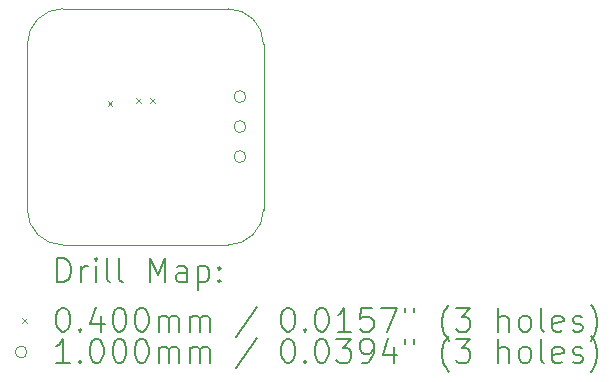
<source format=gbr>
%FSLAX45Y45*%
G04 Gerber Fmt 4.5, Leading zero omitted, Abs format (unit mm)*
G04 Created by KiCad (PCBNEW (6.0.0-0)) date 2022-08-17 15:24:33*
%MOMM*%
%LPD*%
G01*
G04 APERTURE LIST*
%TA.AperFunction,Profile*%
%ADD10C,0.050000*%
%TD*%
%ADD11C,0.200000*%
%ADD12C,0.040000*%
%ADD13C,0.100000*%
G04 APERTURE END LIST*
D10*
X15900000Y-10300000D02*
X17300000Y-10300000D01*
X15600000Y-12000000D02*
G75*
G03*
X15900000Y-12300000I300000J0D01*
G01*
X17600000Y-12000000D02*
X17600000Y-10600000D01*
X15900000Y-10300000D02*
G75*
G03*
X15600000Y-10600000I0J-300000D01*
G01*
X17300000Y-12300000D02*
X15900000Y-12300000D01*
X17600000Y-10600000D02*
G75*
G03*
X17300000Y-10300000I-300000J0D01*
G01*
X17300000Y-12300000D02*
G75*
G03*
X17600000Y-12000000I0J300000D01*
G01*
X15600000Y-12000000D02*
X15600000Y-10600000D01*
D11*
D12*
X16280000Y-11080000D02*
X16320000Y-11120000D01*
X16320000Y-11080000D02*
X16280000Y-11120000D01*
X16520000Y-11060000D02*
X16560000Y-11100000D01*
X16560000Y-11060000D02*
X16520000Y-11100000D01*
X16640000Y-11060000D02*
X16680000Y-11100000D01*
X16680000Y-11060000D02*
X16640000Y-11100000D01*
D13*
X17450000Y-11044500D02*
G75*
G03*
X17450000Y-11044500I-50000J0D01*
G01*
X17450000Y-11298500D02*
G75*
G03*
X17450000Y-11298500I-50000J0D01*
G01*
X17450000Y-11552500D02*
G75*
G03*
X17450000Y-11552500I-50000J0D01*
G01*
D11*
X15855119Y-12612976D02*
X15855119Y-12412976D01*
X15902738Y-12412976D01*
X15931309Y-12422500D01*
X15950357Y-12441548D01*
X15959881Y-12460595D01*
X15969405Y-12498690D01*
X15969405Y-12527262D01*
X15959881Y-12565357D01*
X15950357Y-12584405D01*
X15931309Y-12603452D01*
X15902738Y-12612976D01*
X15855119Y-12612976D01*
X16055119Y-12612976D02*
X16055119Y-12479643D01*
X16055119Y-12517738D02*
X16064643Y-12498690D01*
X16074167Y-12489167D01*
X16093214Y-12479643D01*
X16112262Y-12479643D01*
X16178928Y-12612976D02*
X16178928Y-12479643D01*
X16178928Y-12412976D02*
X16169405Y-12422500D01*
X16178928Y-12432024D01*
X16188452Y-12422500D01*
X16178928Y-12412976D01*
X16178928Y-12432024D01*
X16302738Y-12612976D02*
X16283690Y-12603452D01*
X16274167Y-12584405D01*
X16274167Y-12412976D01*
X16407500Y-12612976D02*
X16388452Y-12603452D01*
X16378928Y-12584405D01*
X16378928Y-12412976D01*
X16636071Y-12612976D02*
X16636071Y-12412976D01*
X16702738Y-12555833D01*
X16769405Y-12412976D01*
X16769405Y-12612976D01*
X16950357Y-12612976D02*
X16950357Y-12508214D01*
X16940833Y-12489167D01*
X16921786Y-12479643D01*
X16883690Y-12479643D01*
X16864643Y-12489167D01*
X16950357Y-12603452D02*
X16931310Y-12612976D01*
X16883690Y-12612976D01*
X16864643Y-12603452D01*
X16855119Y-12584405D01*
X16855119Y-12565357D01*
X16864643Y-12546309D01*
X16883690Y-12536786D01*
X16931310Y-12536786D01*
X16950357Y-12527262D01*
X17045595Y-12479643D02*
X17045595Y-12679643D01*
X17045595Y-12489167D02*
X17064643Y-12479643D01*
X17102738Y-12479643D01*
X17121786Y-12489167D01*
X17131310Y-12498690D01*
X17140833Y-12517738D01*
X17140833Y-12574881D01*
X17131310Y-12593928D01*
X17121786Y-12603452D01*
X17102738Y-12612976D01*
X17064643Y-12612976D01*
X17045595Y-12603452D01*
X17226548Y-12593928D02*
X17236071Y-12603452D01*
X17226548Y-12612976D01*
X17217024Y-12603452D01*
X17226548Y-12593928D01*
X17226548Y-12612976D01*
X17226548Y-12489167D02*
X17236071Y-12498690D01*
X17226548Y-12508214D01*
X17217024Y-12498690D01*
X17226548Y-12489167D01*
X17226548Y-12508214D01*
D12*
X15557500Y-12922500D02*
X15597500Y-12962500D01*
X15597500Y-12922500D02*
X15557500Y-12962500D01*
D11*
X15893214Y-12832976D02*
X15912262Y-12832976D01*
X15931309Y-12842500D01*
X15940833Y-12852024D01*
X15950357Y-12871071D01*
X15959881Y-12909167D01*
X15959881Y-12956786D01*
X15950357Y-12994881D01*
X15940833Y-13013928D01*
X15931309Y-13023452D01*
X15912262Y-13032976D01*
X15893214Y-13032976D01*
X15874167Y-13023452D01*
X15864643Y-13013928D01*
X15855119Y-12994881D01*
X15845595Y-12956786D01*
X15845595Y-12909167D01*
X15855119Y-12871071D01*
X15864643Y-12852024D01*
X15874167Y-12842500D01*
X15893214Y-12832976D01*
X16045595Y-13013928D02*
X16055119Y-13023452D01*
X16045595Y-13032976D01*
X16036071Y-13023452D01*
X16045595Y-13013928D01*
X16045595Y-13032976D01*
X16226548Y-12899643D02*
X16226548Y-13032976D01*
X16178928Y-12823452D02*
X16131309Y-12966309D01*
X16255119Y-12966309D01*
X16369405Y-12832976D02*
X16388452Y-12832976D01*
X16407500Y-12842500D01*
X16417024Y-12852024D01*
X16426548Y-12871071D01*
X16436071Y-12909167D01*
X16436071Y-12956786D01*
X16426548Y-12994881D01*
X16417024Y-13013928D01*
X16407500Y-13023452D01*
X16388452Y-13032976D01*
X16369405Y-13032976D01*
X16350357Y-13023452D01*
X16340833Y-13013928D01*
X16331309Y-12994881D01*
X16321786Y-12956786D01*
X16321786Y-12909167D01*
X16331309Y-12871071D01*
X16340833Y-12852024D01*
X16350357Y-12842500D01*
X16369405Y-12832976D01*
X16559881Y-12832976D02*
X16578928Y-12832976D01*
X16597976Y-12842500D01*
X16607500Y-12852024D01*
X16617024Y-12871071D01*
X16626548Y-12909167D01*
X16626548Y-12956786D01*
X16617024Y-12994881D01*
X16607500Y-13013928D01*
X16597976Y-13023452D01*
X16578928Y-13032976D01*
X16559881Y-13032976D01*
X16540833Y-13023452D01*
X16531309Y-13013928D01*
X16521786Y-12994881D01*
X16512262Y-12956786D01*
X16512262Y-12909167D01*
X16521786Y-12871071D01*
X16531309Y-12852024D01*
X16540833Y-12842500D01*
X16559881Y-12832976D01*
X16712262Y-13032976D02*
X16712262Y-12899643D01*
X16712262Y-12918690D02*
X16721786Y-12909167D01*
X16740833Y-12899643D01*
X16769405Y-12899643D01*
X16788452Y-12909167D01*
X16797976Y-12928214D01*
X16797976Y-13032976D01*
X16797976Y-12928214D02*
X16807500Y-12909167D01*
X16826548Y-12899643D01*
X16855119Y-12899643D01*
X16874167Y-12909167D01*
X16883690Y-12928214D01*
X16883690Y-13032976D01*
X16978929Y-13032976D02*
X16978929Y-12899643D01*
X16978929Y-12918690D02*
X16988452Y-12909167D01*
X17007500Y-12899643D01*
X17036071Y-12899643D01*
X17055119Y-12909167D01*
X17064643Y-12928214D01*
X17064643Y-13032976D01*
X17064643Y-12928214D02*
X17074167Y-12909167D01*
X17093214Y-12899643D01*
X17121786Y-12899643D01*
X17140833Y-12909167D01*
X17150357Y-12928214D01*
X17150357Y-13032976D01*
X17540833Y-12823452D02*
X17369405Y-13080595D01*
X17797976Y-12832976D02*
X17817024Y-12832976D01*
X17836071Y-12842500D01*
X17845595Y-12852024D01*
X17855119Y-12871071D01*
X17864643Y-12909167D01*
X17864643Y-12956786D01*
X17855119Y-12994881D01*
X17845595Y-13013928D01*
X17836071Y-13023452D01*
X17817024Y-13032976D01*
X17797976Y-13032976D01*
X17778929Y-13023452D01*
X17769405Y-13013928D01*
X17759881Y-12994881D01*
X17750357Y-12956786D01*
X17750357Y-12909167D01*
X17759881Y-12871071D01*
X17769405Y-12852024D01*
X17778929Y-12842500D01*
X17797976Y-12832976D01*
X17950357Y-13013928D02*
X17959881Y-13023452D01*
X17950357Y-13032976D01*
X17940833Y-13023452D01*
X17950357Y-13013928D01*
X17950357Y-13032976D01*
X18083690Y-12832976D02*
X18102738Y-12832976D01*
X18121786Y-12842500D01*
X18131310Y-12852024D01*
X18140833Y-12871071D01*
X18150357Y-12909167D01*
X18150357Y-12956786D01*
X18140833Y-12994881D01*
X18131310Y-13013928D01*
X18121786Y-13023452D01*
X18102738Y-13032976D01*
X18083690Y-13032976D01*
X18064643Y-13023452D01*
X18055119Y-13013928D01*
X18045595Y-12994881D01*
X18036071Y-12956786D01*
X18036071Y-12909167D01*
X18045595Y-12871071D01*
X18055119Y-12852024D01*
X18064643Y-12842500D01*
X18083690Y-12832976D01*
X18340833Y-13032976D02*
X18226548Y-13032976D01*
X18283690Y-13032976D02*
X18283690Y-12832976D01*
X18264643Y-12861548D01*
X18245595Y-12880595D01*
X18226548Y-12890119D01*
X18521786Y-12832976D02*
X18426548Y-12832976D01*
X18417024Y-12928214D01*
X18426548Y-12918690D01*
X18445595Y-12909167D01*
X18493214Y-12909167D01*
X18512262Y-12918690D01*
X18521786Y-12928214D01*
X18531310Y-12947262D01*
X18531310Y-12994881D01*
X18521786Y-13013928D01*
X18512262Y-13023452D01*
X18493214Y-13032976D01*
X18445595Y-13032976D01*
X18426548Y-13023452D01*
X18417024Y-13013928D01*
X18597976Y-12832976D02*
X18731310Y-12832976D01*
X18645595Y-13032976D01*
X18797976Y-12832976D02*
X18797976Y-12871071D01*
X18874167Y-12832976D02*
X18874167Y-12871071D01*
X19169405Y-13109167D02*
X19159881Y-13099643D01*
X19140833Y-13071071D01*
X19131310Y-13052024D01*
X19121786Y-13023452D01*
X19112262Y-12975833D01*
X19112262Y-12937738D01*
X19121786Y-12890119D01*
X19131310Y-12861548D01*
X19140833Y-12842500D01*
X19159881Y-12813928D01*
X19169405Y-12804405D01*
X19226548Y-12832976D02*
X19350357Y-12832976D01*
X19283690Y-12909167D01*
X19312262Y-12909167D01*
X19331310Y-12918690D01*
X19340833Y-12928214D01*
X19350357Y-12947262D01*
X19350357Y-12994881D01*
X19340833Y-13013928D01*
X19331310Y-13023452D01*
X19312262Y-13032976D01*
X19255119Y-13032976D01*
X19236071Y-13023452D01*
X19226548Y-13013928D01*
X19588452Y-13032976D02*
X19588452Y-12832976D01*
X19674167Y-13032976D02*
X19674167Y-12928214D01*
X19664643Y-12909167D01*
X19645595Y-12899643D01*
X19617024Y-12899643D01*
X19597976Y-12909167D01*
X19588452Y-12918690D01*
X19797976Y-13032976D02*
X19778929Y-13023452D01*
X19769405Y-13013928D01*
X19759881Y-12994881D01*
X19759881Y-12937738D01*
X19769405Y-12918690D01*
X19778929Y-12909167D01*
X19797976Y-12899643D01*
X19826548Y-12899643D01*
X19845595Y-12909167D01*
X19855119Y-12918690D01*
X19864643Y-12937738D01*
X19864643Y-12994881D01*
X19855119Y-13013928D01*
X19845595Y-13023452D01*
X19826548Y-13032976D01*
X19797976Y-13032976D01*
X19978929Y-13032976D02*
X19959881Y-13023452D01*
X19950357Y-13004405D01*
X19950357Y-12832976D01*
X20131310Y-13023452D02*
X20112262Y-13032976D01*
X20074167Y-13032976D01*
X20055119Y-13023452D01*
X20045595Y-13004405D01*
X20045595Y-12928214D01*
X20055119Y-12909167D01*
X20074167Y-12899643D01*
X20112262Y-12899643D01*
X20131310Y-12909167D01*
X20140833Y-12928214D01*
X20140833Y-12947262D01*
X20045595Y-12966309D01*
X20217024Y-13023452D02*
X20236071Y-13032976D01*
X20274167Y-13032976D01*
X20293214Y-13023452D01*
X20302738Y-13004405D01*
X20302738Y-12994881D01*
X20293214Y-12975833D01*
X20274167Y-12966309D01*
X20245595Y-12966309D01*
X20226548Y-12956786D01*
X20217024Y-12937738D01*
X20217024Y-12928214D01*
X20226548Y-12909167D01*
X20245595Y-12899643D01*
X20274167Y-12899643D01*
X20293214Y-12909167D01*
X20369405Y-13109167D02*
X20378929Y-13099643D01*
X20397976Y-13071071D01*
X20407500Y-13052024D01*
X20417024Y-13023452D01*
X20426548Y-12975833D01*
X20426548Y-12937738D01*
X20417024Y-12890119D01*
X20407500Y-12861548D01*
X20397976Y-12842500D01*
X20378929Y-12813928D01*
X20369405Y-12804405D01*
D13*
X15597500Y-13206500D02*
G75*
G03*
X15597500Y-13206500I-50000J0D01*
G01*
D11*
X15959881Y-13296976D02*
X15845595Y-13296976D01*
X15902738Y-13296976D02*
X15902738Y-13096976D01*
X15883690Y-13125548D01*
X15864643Y-13144595D01*
X15845595Y-13154119D01*
X16045595Y-13277928D02*
X16055119Y-13287452D01*
X16045595Y-13296976D01*
X16036071Y-13287452D01*
X16045595Y-13277928D01*
X16045595Y-13296976D01*
X16178928Y-13096976D02*
X16197976Y-13096976D01*
X16217024Y-13106500D01*
X16226548Y-13116024D01*
X16236071Y-13135071D01*
X16245595Y-13173167D01*
X16245595Y-13220786D01*
X16236071Y-13258881D01*
X16226548Y-13277928D01*
X16217024Y-13287452D01*
X16197976Y-13296976D01*
X16178928Y-13296976D01*
X16159881Y-13287452D01*
X16150357Y-13277928D01*
X16140833Y-13258881D01*
X16131309Y-13220786D01*
X16131309Y-13173167D01*
X16140833Y-13135071D01*
X16150357Y-13116024D01*
X16159881Y-13106500D01*
X16178928Y-13096976D01*
X16369405Y-13096976D02*
X16388452Y-13096976D01*
X16407500Y-13106500D01*
X16417024Y-13116024D01*
X16426548Y-13135071D01*
X16436071Y-13173167D01*
X16436071Y-13220786D01*
X16426548Y-13258881D01*
X16417024Y-13277928D01*
X16407500Y-13287452D01*
X16388452Y-13296976D01*
X16369405Y-13296976D01*
X16350357Y-13287452D01*
X16340833Y-13277928D01*
X16331309Y-13258881D01*
X16321786Y-13220786D01*
X16321786Y-13173167D01*
X16331309Y-13135071D01*
X16340833Y-13116024D01*
X16350357Y-13106500D01*
X16369405Y-13096976D01*
X16559881Y-13096976D02*
X16578928Y-13096976D01*
X16597976Y-13106500D01*
X16607500Y-13116024D01*
X16617024Y-13135071D01*
X16626548Y-13173167D01*
X16626548Y-13220786D01*
X16617024Y-13258881D01*
X16607500Y-13277928D01*
X16597976Y-13287452D01*
X16578928Y-13296976D01*
X16559881Y-13296976D01*
X16540833Y-13287452D01*
X16531309Y-13277928D01*
X16521786Y-13258881D01*
X16512262Y-13220786D01*
X16512262Y-13173167D01*
X16521786Y-13135071D01*
X16531309Y-13116024D01*
X16540833Y-13106500D01*
X16559881Y-13096976D01*
X16712262Y-13296976D02*
X16712262Y-13163643D01*
X16712262Y-13182690D02*
X16721786Y-13173167D01*
X16740833Y-13163643D01*
X16769405Y-13163643D01*
X16788452Y-13173167D01*
X16797976Y-13192214D01*
X16797976Y-13296976D01*
X16797976Y-13192214D02*
X16807500Y-13173167D01*
X16826548Y-13163643D01*
X16855119Y-13163643D01*
X16874167Y-13173167D01*
X16883690Y-13192214D01*
X16883690Y-13296976D01*
X16978929Y-13296976D02*
X16978929Y-13163643D01*
X16978929Y-13182690D02*
X16988452Y-13173167D01*
X17007500Y-13163643D01*
X17036071Y-13163643D01*
X17055119Y-13173167D01*
X17064643Y-13192214D01*
X17064643Y-13296976D01*
X17064643Y-13192214D02*
X17074167Y-13173167D01*
X17093214Y-13163643D01*
X17121786Y-13163643D01*
X17140833Y-13173167D01*
X17150357Y-13192214D01*
X17150357Y-13296976D01*
X17540833Y-13087452D02*
X17369405Y-13344595D01*
X17797976Y-13096976D02*
X17817024Y-13096976D01*
X17836071Y-13106500D01*
X17845595Y-13116024D01*
X17855119Y-13135071D01*
X17864643Y-13173167D01*
X17864643Y-13220786D01*
X17855119Y-13258881D01*
X17845595Y-13277928D01*
X17836071Y-13287452D01*
X17817024Y-13296976D01*
X17797976Y-13296976D01*
X17778929Y-13287452D01*
X17769405Y-13277928D01*
X17759881Y-13258881D01*
X17750357Y-13220786D01*
X17750357Y-13173167D01*
X17759881Y-13135071D01*
X17769405Y-13116024D01*
X17778929Y-13106500D01*
X17797976Y-13096976D01*
X17950357Y-13277928D02*
X17959881Y-13287452D01*
X17950357Y-13296976D01*
X17940833Y-13287452D01*
X17950357Y-13277928D01*
X17950357Y-13296976D01*
X18083690Y-13096976D02*
X18102738Y-13096976D01*
X18121786Y-13106500D01*
X18131310Y-13116024D01*
X18140833Y-13135071D01*
X18150357Y-13173167D01*
X18150357Y-13220786D01*
X18140833Y-13258881D01*
X18131310Y-13277928D01*
X18121786Y-13287452D01*
X18102738Y-13296976D01*
X18083690Y-13296976D01*
X18064643Y-13287452D01*
X18055119Y-13277928D01*
X18045595Y-13258881D01*
X18036071Y-13220786D01*
X18036071Y-13173167D01*
X18045595Y-13135071D01*
X18055119Y-13116024D01*
X18064643Y-13106500D01*
X18083690Y-13096976D01*
X18217024Y-13096976D02*
X18340833Y-13096976D01*
X18274167Y-13173167D01*
X18302738Y-13173167D01*
X18321786Y-13182690D01*
X18331310Y-13192214D01*
X18340833Y-13211262D01*
X18340833Y-13258881D01*
X18331310Y-13277928D01*
X18321786Y-13287452D01*
X18302738Y-13296976D01*
X18245595Y-13296976D01*
X18226548Y-13287452D01*
X18217024Y-13277928D01*
X18436071Y-13296976D02*
X18474167Y-13296976D01*
X18493214Y-13287452D01*
X18502738Y-13277928D01*
X18521786Y-13249357D01*
X18531310Y-13211262D01*
X18531310Y-13135071D01*
X18521786Y-13116024D01*
X18512262Y-13106500D01*
X18493214Y-13096976D01*
X18455119Y-13096976D01*
X18436071Y-13106500D01*
X18426548Y-13116024D01*
X18417024Y-13135071D01*
X18417024Y-13182690D01*
X18426548Y-13201738D01*
X18436071Y-13211262D01*
X18455119Y-13220786D01*
X18493214Y-13220786D01*
X18512262Y-13211262D01*
X18521786Y-13201738D01*
X18531310Y-13182690D01*
X18702738Y-13163643D02*
X18702738Y-13296976D01*
X18655119Y-13087452D02*
X18607500Y-13230309D01*
X18731310Y-13230309D01*
X18797976Y-13096976D02*
X18797976Y-13135071D01*
X18874167Y-13096976D02*
X18874167Y-13135071D01*
X19169405Y-13373167D02*
X19159881Y-13363643D01*
X19140833Y-13335071D01*
X19131310Y-13316024D01*
X19121786Y-13287452D01*
X19112262Y-13239833D01*
X19112262Y-13201738D01*
X19121786Y-13154119D01*
X19131310Y-13125548D01*
X19140833Y-13106500D01*
X19159881Y-13077928D01*
X19169405Y-13068405D01*
X19226548Y-13096976D02*
X19350357Y-13096976D01*
X19283690Y-13173167D01*
X19312262Y-13173167D01*
X19331310Y-13182690D01*
X19340833Y-13192214D01*
X19350357Y-13211262D01*
X19350357Y-13258881D01*
X19340833Y-13277928D01*
X19331310Y-13287452D01*
X19312262Y-13296976D01*
X19255119Y-13296976D01*
X19236071Y-13287452D01*
X19226548Y-13277928D01*
X19588452Y-13296976D02*
X19588452Y-13096976D01*
X19674167Y-13296976D02*
X19674167Y-13192214D01*
X19664643Y-13173167D01*
X19645595Y-13163643D01*
X19617024Y-13163643D01*
X19597976Y-13173167D01*
X19588452Y-13182690D01*
X19797976Y-13296976D02*
X19778929Y-13287452D01*
X19769405Y-13277928D01*
X19759881Y-13258881D01*
X19759881Y-13201738D01*
X19769405Y-13182690D01*
X19778929Y-13173167D01*
X19797976Y-13163643D01*
X19826548Y-13163643D01*
X19845595Y-13173167D01*
X19855119Y-13182690D01*
X19864643Y-13201738D01*
X19864643Y-13258881D01*
X19855119Y-13277928D01*
X19845595Y-13287452D01*
X19826548Y-13296976D01*
X19797976Y-13296976D01*
X19978929Y-13296976D02*
X19959881Y-13287452D01*
X19950357Y-13268405D01*
X19950357Y-13096976D01*
X20131310Y-13287452D02*
X20112262Y-13296976D01*
X20074167Y-13296976D01*
X20055119Y-13287452D01*
X20045595Y-13268405D01*
X20045595Y-13192214D01*
X20055119Y-13173167D01*
X20074167Y-13163643D01*
X20112262Y-13163643D01*
X20131310Y-13173167D01*
X20140833Y-13192214D01*
X20140833Y-13211262D01*
X20045595Y-13230309D01*
X20217024Y-13287452D02*
X20236071Y-13296976D01*
X20274167Y-13296976D01*
X20293214Y-13287452D01*
X20302738Y-13268405D01*
X20302738Y-13258881D01*
X20293214Y-13239833D01*
X20274167Y-13230309D01*
X20245595Y-13230309D01*
X20226548Y-13220786D01*
X20217024Y-13201738D01*
X20217024Y-13192214D01*
X20226548Y-13173167D01*
X20245595Y-13163643D01*
X20274167Y-13163643D01*
X20293214Y-13173167D01*
X20369405Y-13373167D02*
X20378929Y-13363643D01*
X20397976Y-13335071D01*
X20407500Y-13316024D01*
X20417024Y-13287452D01*
X20426548Y-13239833D01*
X20426548Y-13201738D01*
X20417024Y-13154119D01*
X20407500Y-13125548D01*
X20397976Y-13106500D01*
X20378929Y-13077928D01*
X20369405Y-13068405D01*
M02*

</source>
